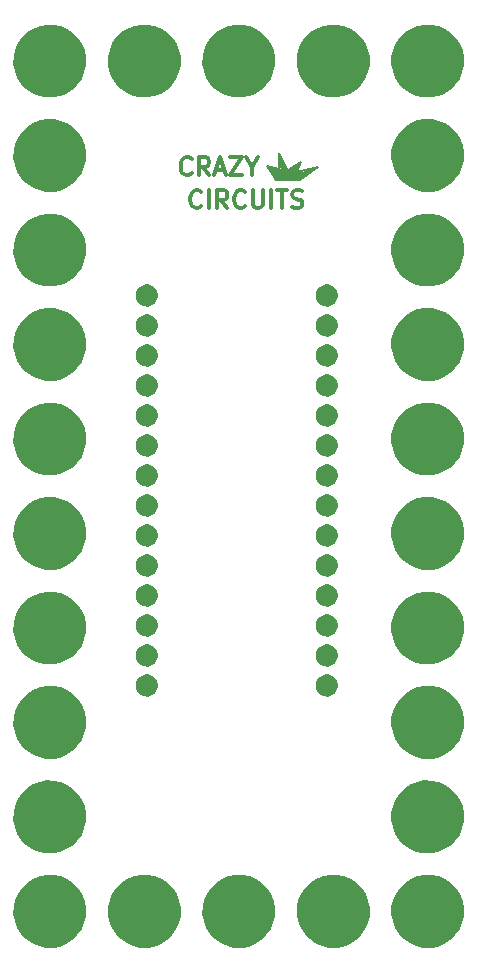
<source format=gts>
%TF.GenerationSoftware,KiCad,Pcbnew,4.0.5-e0-6337~49~ubuntu16.04.1*%
%TF.CreationDate,2017-08-08T13:22:19-07:00*%
%TF.ProjectId,5x10-Teensy-LC-Breakout,357831302D5465656E73792D4C432D42,v1.3*%
%TF.FileFunction,Soldermask,Top*%
%FSLAX46Y46*%
G04 Gerber Fmt 4.6, Leading zero omitted, Abs format (unit mm)*
G04 Created by KiCad (PCBNEW 4.0.5-e0-6337~49~ubuntu16.04.1) date Tue Aug  8 13:22:19 2017*
%MOMM*%
%LPD*%
G01*
G04 APERTURE LIST*
%ADD10C,0.350000*%
%ADD11C,0.310000*%
%ADD12C,0.152400*%
%ADD13C,0.254000*%
G04 APERTURE END LIST*
D10*
D11*
X36630612Y-74891674D02*
X36559183Y-74963103D01*
X36344897Y-75034531D01*
X36202040Y-75034531D01*
X35987755Y-74963103D01*
X35844897Y-74820246D01*
X35773469Y-74677389D01*
X35702040Y-74391674D01*
X35702040Y-74177389D01*
X35773469Y-73891674D01*
X35844897Y-73748817D01*
X35987755Y-73605960D01*
X36202040Y-73534531D01*
X36344897Y-73534531D01*
X36559183Y-73605960D01*
X36630612Y-73677389D01*
X37273469Y-75034531D02*
X37273469Y-73534531D01*
X38844898Y-75034531D02*
X38344898Y-74320246D01*
X37987755Y-75034531D02*
X37987755Y-73534531D01*
X38559183Y-73534531D01*
X38702041Y-73605960D01*
X38773469Y-73677389D01*
X38844898Y-73820246D01*
X38844898Y-74034531D01*
X38773469Y-74177389D01*
X38702041Y-74248817D01*
X38559183Y-74320246D01*
X37987755Y-74320246D01*
X40344898Y-74891674D02*
X40273469Y-74963103D01*
X40059183Y-75034531D01*
X39916326Y-75034531D01*
X39702041Y-74963103D01*
X39559183Y-74820246D01*
X39487755Y-74677389D01*
X39416326Y-74391674D01*
X39416326Y-74177389D01*
X39487755Y-73891674D01*
X39559183Y-73748817D01*
X39702041Y-73605960D01*
X39916326Y-73534531D01*
X40059183Y-73534531D01*
X40273469Y-73605960D01*
X40344898Y-73677389D01*
X40987755Y-73534531D02*
X40987755Y-74748817D01*
X41059183Y-74891674D01*
X41130612Y-74963103D01*
X41273469Y-75034531D01*
X41559183Y-75034531D01*
X41702041Y-74963103D01*
X41773469Y-74891674D01*
X41844898Y-74748817D01*
X41844898Y-73534531D01*
X42559184Y-75034531D02*
X42559184Y-73534531D01*
X43059184Y-73534531D02*
X43916327Y-73534531D01*
X43487756Y-75034531D02*
X43487756Y-73534531D01*
X44344898Y-74963103D02*
X44559184Y-75034531D01*
X44916327Y-75034531D01*
X45059184Y-74963103D01*
X45130613Y-74891674D01*
X45202041Y-74748817D01*
X45202041Y-74605960D01*
X45130613Y-74463103D01*
X45059184Y-74391674D01*
X44916327Y-74320246D01*
X44630613Y-74248817D01*
X44487755Y-74177389D01*
X44416327Y-74105960D01*
X44344898Y-73963103D01*
X44344898Y-73820246D01*
X44416327Y-73677389D01*
X44487755Y-73605960D01*
X44630613Y-73534531D01*
X44987755Y-73534531D01*
X45202041Y-73605960D01*
X35809207Y-72097674D02*
X35737778Y-72169103D01*
X35523492Y-72240531D01*
X35380635Y-72240531D01*
X35166350Y-72169103D01*
X35023492Y-72026246D01*
X34952064Y-71883389D01*
X34880635Y-71597674D01*
X34880635Y-71383389D01*
X34952064Y-71097674D01*
X35023492Y-70954817D01*
X35166350Y-70811960D01*
X35380635Y-70740531D01*
X35523492Y-70740531D01*
X35737778Y-70811960D01*
X35809207Y-70883389D01*
X37309207Y-72240531D02*
X36809207Y-71526246D01*
X36452064Y-72240531D02*
X36452064Y-70740531D01*
X37023492Y-70740531D01*
X37166350Y-70811960D01*
X37237778Y-70883389D01*
X37309207Y-71026246D01*
X37309207Y-71240531D01*
X37237778Y-71383389D01*
X37166350Y-71454817D01*
X37023492Y-71526246D01*
X36452064Y-71526246D01*
X37880635Y-71811960D02*
X38594921Y-71811960D01*
X37737778Y-72240531D02*
X38237778Y-70740531D01*
X38737778Y-72240531D01*
X39094921Y-70740531D02*
X40094921Y-70740531D01*
X39094921Y-72240531D01*
X40094921Y-72240531D01*
X40952063Y-71526246D02*
X40952063Y-72240531D01*
X40452063Y-70740531D02*
X40952063Y-71526246D01*
X41452063Y-70740531D01*
D12*
X46101000Y-71666100D02*
X44958000Y-72618600D01*
X44767500Y-72618600D02*
X46101000Y-71666100D01*
X45720000Y-71793100D02*
X44767500Y-72618600D01*
X44640500Y-72555100D02*
X45720000Y-71793100D01*
X45529500Y-71856600D02*
X44640500Y-72555100D01*
X44386500Y-72618600D02*
X45529500Y-71856600D01*
X45212000Y-71983600D02*
X44386500Y-72618600D01*
X44259500Y-72555100D02*
X45212000Y-71983600D01*
X45021500Y-71983600D02*
X44259500Y-72555100D01*
X44259500Y-72428100D02*
X45021500Y-71983600D01*
X44767500Y-71983600D02*
X44259500Y-72428100D01*
X44196000Y-72301100D02*
X44767500Y-71983600D01*
X44767500Y-71793100D02*
X44196000Y-72301100D01*
X44767500Y-71666100D02*
X44132500Y-72174100D01*
X44894500Y-71475600D02*
X44069000Y-72047100D01*
X44894500Y-71348600D02*
X44069000Y-71920100D01*
D13*
X43053000Y-72555100D02*
X42418000Y-71666100D01*
D12*
X44958000Y-72682100D02*
X42989500Y-72682100D01*
X46545500Y-71539100D02*
X44958000Y-72682100D01*
X44767500Y-71983600D02*
X46545500Y-71539100D01*
X45085000Y-71094600D02*
X44767500Y-71983600D01*
X44005500Y-71793100D02*
X45085000Y-71094600D01*
X43180000Y-70332600D02*
X44005500Y-71856600D01*
X43243500Y-71729600D02*
X43180000Y-70332600D01*
X42164000Y-71475600D02*
X43243500Y-71729600D01*
X42989500Y-72682100D02*
X42164000Y-71475600D01*
D13*
X43243500Y-72555100D02*
X42608500Y-71666100D01*
X43434000Y-72555100D02*
X42862500Y-71729600D01*
X43561000Y-72555100D02*
X43116500Y-71793100D01*
X43815000Y-72555100D02*
X43370500Y-71729600D01*
X44005500Y-72555100D02*
X43434000Y-71475600D01*
X44196000Y-72555100D02*
X43307000Y-70840600D01*
X43370500Y-71539100D02*
X43307000Y-70713600D01*
D10*
G36*
X40137070Y-131505207D02*
X40728015Y-131626511D01*
X41284158Y-131860292D01*
X41784294Y-132197638D01*
X42209381Y-132625703D01*
X42543226Y-133128181D01*
X42773116Y-133685936D01*
X42890224Y-134277374D01*
X42890224Y-134277384D01*
X42890291Y-134277723D01*
X42880670Y-134966776D01*
X42880593Y-134967114D01*
X42880593Y-134967122D01*
X42747017Y-135555061D01*
X42501645Y-136106176D01*
X42153897Y-136599138D01*
X41717022Y-137015169D01*
X41207660Y-137338421D01*
X40645214Y-137556579D01*
X40051107Y-137661336D01*
X39447963Y-137648702D01*
X38858760Y-137519157D01*
X38305942Y-137277637D01*
X37810567Y-136933342D01*
X37391497Y-136499383D01*
X37064698Y-135992290D01*
X36842616Y-135431374D01*
X36733715Y-134838018D01*
X36742137Y-134234801D01*
X36867566Y-133644707D01*
X37105219Y-133090218D01*
X37446051Y-132592448D01*
X37877072Y-132170360D01*
X38381873Y-131840028D01*
X38941219Y-131614037D01*
X39533805Y-131500996D01*
X40137070Y-131505207D01*
X40137070Y-131505207D01*
G37*
G36*
X32137070Y-131505207D02*
X32728015Y-131626511D01*
X33284158Y-131860292D01*
X33784294Y-132197638D01*
X34209381Y-132625703D01*
X34543226Y-133128181D01*
X34773116Y-133685936D01*
X34890224Y-134277374D01*
X34890224Y-134277384D01*
X34890291Y-134277723D01*
X34880670Y-134966776D01*
X34880593Y-134967114D01*
X34880593Y-134967122D01*
X34747017Y-135555061D01*
X34501645Y-136106176D01*
X34153897Y-136599138D01*
X33717022Y-137015169D01*
X33207660Y-137338421D01*
X32645214Y-137556579D01*
X32051107Y-137661336D01*
X31447963Y-137648702D01*
X30858760Y-137519157D01*
X30305942Y-137277637D01*
X29810567Y-136933342D01*
X29391497Y-136499383D01*
X29064698Y-135992290D01*
X28842616Y-135431374D01*
X28733715Y-134838018D01*
X28742137Y-134234801D01*
X28867566Y-133644707D01*
X29105219Y-133090218D01*
X29446051Y-132592448D01*
X29877072Y-132170360D01*
X30381873Y-131840028D01*
X30941219Y-131614037D01*
X31533805Y-131500996D01*
X32137070Y-131505207D01*
X32137070Y-131505207D01*
G37*
G36*
X24138070Y-131505207D02*
X24729015Y-131626511D01*
X25285158Y-131860292D01*
X25785294Y-132197638D01*
X26210381Y-132625703D01*
X26544226Y-133128181D01*
X26774116Y-133685936D01*
X26891224Y-134277374D01*
X26891224Y-134277384D01*
X26891291Y-134277723D01*
X26881670Y-134966776D01*
X26881593Y-134967114D01*
X26881593Y-134967122D01*
X26748017Y-135555061D01*
X26502645Y-136106176D01*
X26154897Y-136599138D01*
X25718022Y-137015169D01*
X25208660Y-137338421D01*
X24646214Y-137556579D01*
X24052107Y-137661336D01*
X23448963Y-137648702D01*
X22859760Y-137519157D01*
X22306942Y-137277637D01*
X21811567Y-136933342D01*
X21392497Y-136499383D01*
X21065698Y-135992290D01*
X20843616Y-135431374D01*
X20734715Y-134838018D01*
X20743137Y-134234801D01*
X20868566Y-133644707D01*
X21106219Y-133090218D01*
X21447051Y-132592448D01*
X21878072Y-132170360D01*
X22382873Y-131840028D01*
X22942219Y-131614037D01*
X23534805Y-131500996D01*
X24138070Y-131505207D01*
X24138070Y-131505207D01*
G37*
G36*
X48137070Y-131505207D02*
X48728015Y-131626511D01*
X49284158Y-131860292D01*
X49784294Y-132197638D01*
X50209381Y-132625703D01*
X50543226Y-133128181D01*
X50773116Y-133685936D01*
X50890224Y-134277374D01*
X50890224Y-134277384D01*
X50890291Y-134277723D01*
X50880670Y-134966776D01*
X50880593Y-134967114D01*
X50880593Y-134967122D01*
X50747017Y-135555061D01*
X50501645Y-136106176D01*
X50153897Y-136599138D01*
X49717022Y-137015169D01*
X49207660Y-137338421D01*
X48645214Y-137556579D01*
X48051107Y-137661336D01*
X47447963Y-137648702D01*
X46858760Y-137519157D01*
X46305942Y-137277637D01*
X45810567Y-136933342D01*
X45391497Y-136499383D01*
X45064698Y-135992290D01*
X44842616Y-135431374D01*
X44733715Y-134838018D01*
X44742137Y-134234801D01*
X44867566Y-133644707D01*
X45105219Y-133090218D01*
X45446051Y-132592448D01*
X45877072Y-132170360D01*
X46381873Y-131840028D01*
X46941219Y-131614037D01*
X47533805Y-131500996D01*
X48137070Y-131505207D01*
X48137070Y-131505207D01*
G37*
G36*
X56137070Y-131505207D02*
X56728015Y-131626511D01*
X57284158Y-131860292D01*
X57784294Y-132197638D01*
X58209381Y-132625703D01*
X58543226Y-133128181D01*
X58773116Y-133685936D01*
X58890224Y-134277374D01*
X58890224Y-134277384D01*
X58890291Y-134277723D01*
X58880670Y-134966776D01*
X58880593Y-134967114D01*
X58880593Y-134967122D01*
X58747017Y-135555061D01*
X58501645Y-136106176D01*
X58153897Y-136599138D01*
X57717022Y-137015169D01*
X57207660Y-137338421D01*
X56645214Y-137556579D01*
X56051107Y-137661336D01*
X55447963Y-137648702D01*
X54858760Y-137519157D01*
X54305942Y-137277637D01*
X53810567Y-136933342D01*
X53391497Y-136499383D01*
X53064698Y-135992290D01*
X52842616Y-135431374D01*
X52733715Y-134838018D01*
X52742137Y-134234801D01*
X52867566Y-133644707D01*
X53105219Y-133090218D01*
X53446051Y-132592448D01*
X53877072Y-132170360D01*
X54381873Y-131840028D01*
X54941219Y-131614037D01*
X55533805Y-131500996D01*
X56137070Y-131505207D01*
X56137070Y-131505207D01*
G37*
G36*
X24138070Y-123505207D02*
X24729015Y-123626511D01*
X25285158Y-123860292D01*
X25785294Y-124197638D01*
X26210381Y-124625703D01*
X26544226Y-125128181D01*
X26774116Y-125685936D01*
X26891224Y-126277374D01*
X26891224Y-126277384D01*
X26891291Y-126277723D01*
X26881670Y-126966776D01*
X26881593Y-126967114D01*
X26881593Y-126967122D01*
X26748017Y-127555061D01*
X26502645Y-128106176D01*
X26154897Y-128599138D01*
X25718022Y-129015169D01*
X25208660Y-129338421D01*
X24646214Y-129556579D01*
X24052107Y-129661336D01*
X23448963Y-129648702D01*
X22859760Y-129519157D01*
X22306942Y-129277637D01*
X21811567Y-128933342D01*
X21392497Y-128499383D01*
X21065698Y-127992290D01*
X20843616Y-127431374D01*
X20734715Y-126838018D01*
X20743137Y-126234801D01*
X20868566Y-125644707D01*
X21106219Y-125090218D01*
X21447051Y-124592448D01*
X21878072Y-124170360D01*
X22382873Y-123840028D01*
X22942219Y-123614037D01*
X23534805Y-123500996D01*
X24138070Y-123505207D01*
X24138070Y-123505207D01*
G37*
G36*
X56137070Y-123505207D02*
X56728015Y-123626511D01*
X57284158Y-123860292D01*
X57784294Y-124197638D01*
X58209381Y-124625703D01*
X58543226Y-125128181D01*
X58773116Y-125685936D01*
X58890224Y-126277374D01*
X58890224Y-126277384D01*
X58890291Y-126277723D01*
X58880670Y-126966776D01*
X58880593Y-126967114D01*
X58880593Y-126967122D01*
X58747017Y-127555061D01*
X58501645Y-128106176D01*
X58153897Y-128599138D01*
X57717022Y-129015169D01*
X57207660Y-129338421D01*
X56645214Y-129556579D01*
X56051107Y-129661336D01*
X55447963Y-129648702D01*
X54858760Y-129519157D01*
X54305942Y-129277637D01*
X53810567Y-128933342D01*
X53391497Y-128499383D01*
X53064698Y-127992290D01*
X52842616Y-127431374D01*
X52733715Y-126838018D01*
X52742137Y-126234801D01*
X52867566Y-125644707D01*
X53105219Y-125090218D01*
X53446051Y-124592448D01*
X53877072Y-124170360D01*
X54381873Y-123840028D01*
X54941219Y-123614037D01*
X55533805Y-123500996D01*
X56137070Y-123505207D01*
X56137070Y-123505207D01*
G37*
G36*
X24138070Y-115505207D02*
X24729015Y-115626511D01*
X25285158Y-115860292D01*
X25785294Y-116197638D01*
X26210381Y-116625703D01*
X26544226Y-117128181D01*
X26774116Y-117685936D01*
X26891224Y-118277374D01*
X26891224Y-118277384D01*
X26891291Y-118277723D01*
X26881670Y-118966776D01*
X26881593Y-118967114D01*
X26881593Y-118967122D01*
X26748017Y-119555061D01*
X26502645Y-120106176D01*
X26154897Y-120599138D01*
X25718022Y-121015169D01*
X25208660Y-121338421D01*
X24646214Y-121556579D01*
X24052107Y-121661336D01*
X23448963Y-121648702D01*
X22859760Y-121519157D01*
X22306942Y-121277637D01*
X21811567Y-120933342D01*
X21392497Y-120499383D01*
X21065698Y-119992290D01*
X20843616Y-119431374D01*
X20734715Y-118838018D01*
X20743137Y-118234801D01*
X20868566Y-117644707D01*
X21106219Y-117090218D01*
X21447051Y-116592448D01*
X21878072Y-116170360D01*
X22382873Y-115840028D01*
X22942219Y-115614037D01*
X23534805Y-115500996D01*
X24138070Y-115505207D01*
X24138070Y-115505207D01*
G37*
G36*
X56137070Y-115505207D02*
X56728015Y-115626511D01*
X57284158Y-115860292D01*
X57784294Y-116197638D01*
X58209381Y-116625703D01*
X58543226Y-117128181D01*
X58773116Y-117685936D01*
X58890224Y-118277374D01*
X58890224Y-118277384D01*
X58890291Y-118277723D01*
X58880670Y-118966776D01*
X58880593Y-118967114D01*
X58880593Y-118967122D01*
X58747017Y-119555061D01*
X58501645Y-120106176D01*
X58153897Y-120599138D01*
X57717022Y-121015169D01*
X57207660Y-121338421D01*
X56645214Y-121556579D01*
X56051107Y-121661336D01*
X55447963Y-121648702D01*
X54858760Y-121519157D01*
X54305942Y-121277637D01*
X53810567Y-120933342D01*
X53391497Y-120499383D01*
X53064698Y-119992290D01*
X52842616Y-119431374D01*
X52733715Y-118838018D01*
X52742137Y-118234801D01*
X52867566Y-117644707D01*
X53105219Y-117090218D01*
X53446051Y-116592448D01*
X53877072Y-116170360D01*
X54381873Y-115840028D01*
X54941219Y-115614037D01*
X55533805Y-115500996D01*
X56137070Y-115505207D01*
X56137070Y-115505207D01*
G37*
G36*
X47359675Y-114510684D02*
X47540208Y-114547743D01*
X47710118Y-114619166D01*
X47862909Y-114722226D01*
X47992781Y-114853006D01*
X48094770Y-115006513D01*
X48165003Y-115176911D01*
X48200732Y-115357359D01*
X48200732Y-115357364D01*
X48200800Y-115357708D01*
X48197861Y-115568218D01*
X48197784Y-115568556D01*
X48197784Y-115568566D01*
X48157030Y-115747946D01*
X48082068Y-115916312D01*
X47975828Y-116066916D01*
X47842359Y-116194017D01*
X47686744Y-116292774D01*
X47514914Y-116359422D01*
X47333412Y-116391426D01*
X47149146Y-116387566D01*
X46969139Y-116347989D01*
X46800248Y-116274203D01*
X46648910Y-116169020D01*
X46520881Y-116036442D01*
X46421041Y-115881521D01*
X46353192Y-115710153D01*
X46319923Y-115528883D01*
X46322495Y-115344596D01*
X46360816Y-115164316D01*
X46433419Y-114994917D01*
X46537547Y-114842844D01*
X46669226Y-114713893D01*
X46823447Y-114612974D01*
X46994332Y-114543932D01*
X47175369Y-114509398D01*
X47359675Y-114510684D01*
X47359675Y-114510684D01*
G37*
G36*
X32119675Y-114510684D02*
X32300208Y-114547743D01*
X32470118Y-114619166D01*
X32622909Y-114722226D01*
X32752781Y-114853006D01*
X32854770Y-115006513D01*
X32925003Y-115176911D01*
X32960732Y-115357359D01*
X32960732Y-115357364D01*
X32960800Y-115357708D01*
X32957861Y-115568218D01*
X32957784Y-115568556D01*
X32957784Y-115568566D01*
X32917030Y-115747946D01*
X32842068Y-115916312D01*
X32735828Y-116066916D01*
X32602359Y-116194017D01*
X32446744Y-116292774D01*
X32274914Y-116359422D01*
X32093412Y-116391426D01*
X31909146Y-116387566D01*
X31729139Y-116347989D01*
X31560248Y-116274203D01*
X31408910Y-116169020D01*
X31280881Y-116036442D01*
X31181041Y-115881521D01*
X31113192Y-115710153D01*
X31079923Y-115528883D01*
X31082495Y-115344596D01*
X31120816Y-115164316D01*
X31193419Y-114994917D01*
X31297547Y-114842844D01*
X31429226Y-114713893D01*
X31583447Y-114612974D01*
X31754332Y-114543932D01*
X31935369Y-114509398D01*
X32119675Y-114510684D01*
X32119675Y-114510684D01*
G37*
G36*
X32119675Y-111970684D02*
X32300208Y-112007743D01*
X32470118Y-112079166D01*
X32622909Y-112182226D01*
X32752781Y-112313006D01*
X32854770Y-112466513D01*
X32925003Y-112636911D01*
X32960732Y-112817359D01*
X32960732Y-112817364D01*
X32960800Y-112817708D01*
X32957861Y-113028218D01*
X32957784Y-113028556D01*
X32957784Y-113028566D01*
X32917030Y-113207946D01*
X32842068Y-113376312D01*
X32735828Y-113526916D01*
X32602359Y-113654017D01*
X32446744Y-113752774D01*
X32274914Y-113819422D01*
X32093412Y-113851426D01*
X31909146Y-113847566D01*
X31729139Y-113807989D01*
X31560248Y-113734203D01*
X31408910Y-113629020D01*
X31280881Y-113496442D01*
X31181041Y-113341521D01*
X31113192Y-113170153D01*
X31079923Y-112988883D01*
X31082495Y-112804596D01*
X31120816Y-112624316D01*
X31193419Y-112454917D01*
X31297547Y-112302844D01*
X31429226Y-112173893D01*
X31583447Y-112072974D01*
X31754332Y-112003932D01*
X31935369Y-111969398D01*
X32119675Y-111970684D01*
X32119675Y-111970684D01*
G37*
G36*
X47359675Y-111970684D02*
X47540208Y-112007743D01*
X47710118Y-112079166D01*
X47862909Y-112182226D01*
X47992781Y-112313006D01*
X48094770Y-112466513D01*
X48165003Y-112636911D01*
X48200732Y-112817359D01*
X48200732Y-112817364D01*
X48200800Y-112817708D01*
X48197861Y-113028218D01*
X48197784Y-113028556D01*
X48197784Y-113028566D01*
X48157030Y-113207946D01*
X48082068Y-113376312D01*
X47975828Y-113526916D01*
X47842359Y-113654017D01*
X47686744Y-113752774D01*
X47514914Y-113819422D01*
X47333412Y-113851426D01*
X47149146Y-113847566D01*
X46969139Y-113807989D01*
X46800248Y-113734203D01*
X46648910Y-113629020D01*
X46520881Y-113496442D01*
X46421041Y-113341521D01*
X46353192Y-113170153D01*
X46319923Y-112988883D01*
X46322495Y-112804596D01*
X46360816Y-112624316D01*
X46433419Y-112454917D01*
X46537547Y-112302844D01*
X46669226Y-112173893D01*
X46823447Y-112072974D01*
X46994332Y-112003932D01*
X47175369Y-111969398D01*
X47359675Y-111970684D01*
X47359675Y-111970684D01*
G37*
G36*
X24138070Y-107505207D02*
X24729015Y-107626511D01*
X25285158Y-107860292D01*
X25785294Y-108197638D01*
X26210381Y-108625703D01*
X26544226Y-109128181D01*
X26774116Y-109685936D01*
X26891224Y-110277374D01*
X26891224Y-110277384D01*
X26891291Y-110277723D01*
X26881670Y-110966776D01*
X26881593Y-110967114D01*
X26881593Y-110967122D01*
X26748017Y-111555061D01*
X26502645Y-112106176D01*
X26154897Y-112599138D01*
X25718022Y-113015169D01*
X25208660Y-113338421D01*
X24646214Y-113556579D01*
X24052107Y-113661336D01*
X23448963Y-113648702D01*
X22859760Y-113519157D01*
X22306942Y-113277637D01*
X21811567Y-112933342D01*
X21392497Y-112499383D01*
X21065698Y-111992290D01*
X20843616Y-111431374D01*
X20734715Y-110838018D01*
X20743137Y-110234801D01*
X20868566Y-109644707D01*
X21106219Y-109090218D01*
X21447051Y-108592448D01*
X21878072Y-108170360D01*
X22382873Y-107840028D01*
X22942219Y-107614037D01*
X23534805Y-107500996D01*
X24138070Y-107505207D01*
X24138070Y-107505207D01*
G37*
G36*
X56137070Y-107505207D02*
X56728015Y-107626511D01*
X57284158Y-107860292D01*
X57784294Y-108197638D01*
X58209381Y-108625703D01*
X58543226Y-109128181D01*
X58773116Y-109685936D01*
X58890224Y-110277374D01*
X58890224Y-110277384D01*
X58890291Y-110277723D01*
X58880670Y-110966776D01*
X58880593Y-110967114D01*
X58880593Y-110967122D01*
X58747017Y-111555061D01*
X58501645Y-112106176D01*
X58153897Y-112599138D01*
X57717022Y-113015169D01*
X57207660Y-113338421D01*
X56645214Y-113556579D01*
X56051107Y-113661336D01*
X55447963Y-113648702D01*
X54858760Y-113519157D01*
X54305942Y-113277637D01*
X53810567Y-112933342D01*
X53391497Y-112499383D01*
X53064698Y-111992290D01*
X52842616Y-111431374D01*
X52733715Y-110838018D01*
X52742137Y-110234801D01*
X52867566Y-109644707D01*
X53105219Y-109090218D01*
X53446051Y-108592448D01*
X53877072Y-108170360D01*
X54381873Y-107840028D01*
X54941219Y-107614037D01*
X55533805Y-107500996D01*
X56137070Y-107505207D01*
X56137070Y-107505207D01*
G37*
G36*
X32119675Y-109430684D02*
X32300208Y-109467743D01*
X32470118Y-109539166D01*
X32622909Y-109642226D01*
X32752781Y-109773006D01*
X32854770Y-109926513D01*
X32925003Y-110096911D01*
X32960732Y-110277359D01*
X32960732Y-110277364D01*
X32960800Y-110277708D01*
X32957861Y-110488218D01*
X32957784Y-110488556D01*
X32957784Y-110488566D01*
X32917030Y-110667946D01*
X32842068Y-110836312D01*
X32735828Y-110986916D01*
X32602359Y-111114017D01*
X32446744Y-111212774D01*
X32274914Y-111279422D01*
X32093412Y-111311426D01*
X31909146Y-111307566D01*
X31729139Y-111267989D01*
X31560248Y-111194203D01*
X31408910Y-111089020D01*
X31280881Y-110956442D01*
X31181041Y-110801521D01*
X31113192Y-110630153D01*
X31079923Y-110448883D01*
X31082495Y-110264596D01*
X31120816Y-110084316D01*
X31193419Y-109914917D01*
X31297547Y-109762844D01*
X31429226Y-109633893D01*
X31583447Y-109532974D01*
X31754332Y-109463932D01*
X31935369Y-109429398D01*
X32119675Y-109430684D01*
X32119675Y-109430684D01*
G37*
G36*
X47359675Y-109430684D02*
X47540208Y-109467743D01*
X47710118Y-109539166D01*
X47862909Y-109642226D01*
X47992781Y-109773006D01*
X48094770Y-109926513D01*
X48165003Y-110096911D01*
X48200732Y-110277359D01*
X48200732Y-110277364D01*
X48200800Y-110277708D01*
X48197861Y-110488218D01*
X48197784Y-110488556D01*
X48197784Y-110488566D01*
X48157030Y-110667946D01*
X48082068Y-110836312D01*
X47975828Y-110986916D01*
X47842359Y-111114017D01*
X47686744Y-111212774D01*
X47514914Y-111279422D01*
X47333412Y-111311426D01*
X47149146Y-111307566D01*
X46969139Y-111267989D01*
X46800248Y-111194203D01*
X46648910Y-111089020D01*
X46520881Y-110956442D01*
X46421041Y-110801521D01*
X46353192Y-110630153D01*
X46319923Y-110448883D01*
X46322495Y-110264596D01*
X46360816Y-110084316D01*
X46433419Y-109914917D01*
X46537547Y-109762844D01*
X46669226Y-109633893D01*
X46823447Y-109532974D01*
X46994332Y-109463932D01*
X47175369Y-109429398D01*
X47359675Y-109430684D01*
X47359675Y-109430684D01*
G37*
G36*
X32119675Y-106890684D02*
X32300208Y-106927743D01*
X32470118Y-106999166D01*
X32622909Y-107102226D01*
X32752781Y-107233006D01*
X32854770Y-107386513D01*
X32925003Y-107556911D01*
X32960732Y-107737359D01*
X32960732Y-107737364D01*
X32960800Y-107737708D01*
X32957861Y-107948218D01*
X32957784Y-107948556D01*
X32957784Y-107948566D01*
X32917030Y-108127946D01*
X32842068Y-108296312D01*
X32735828Y-108446916D01*
X32602359Y-108574017D01*
X32446744Y-108672774D01*
X32274914Y-108739422D01*
X32093412Y-108771426D01*
X31909146Y-108767566D01*
X31729139Y-108727989D01*
X31560248Y-108654203D01*
X31408910Y-108549020D01*
X31280881Y-108416442D01*
X31181041Y-108261521D01*
X31113192Y-108090153D01*
X31079923Y-107908883D01*
X31082495Y-107724596D01*
X31120816Y-107544316D01*
X31193419Y-107374917D01*
X31297547Y-107222844D01*
X31429226Y-107093893D01*
X31583447Y-106992974D01*
X31754332Y-106923932D01*
X31935369Y-106889398D01*
X32119675Y-106890684D01*
X32119675Y-106890684D01*
G37*
G36*
X47359675Y-106890684D02*
X47540208Y-106927743D01*
X47710118Y-106999166D01*
X47862909Y-107102226D01*
X47992781Y-107233006D01*
X48094770Y-107386513D01*
X48165003Y-107556911D01*
X48200732Y-107737359D01*
X48200732Y-107737364D01*
X48200800Y-107737708D01*
X48197861Y-107948218D01*
X48197784Y-107948556D01*
X48197784Y-107948566D01*
X48157030Y-108127946D01*
X48082068Y-108296312D01*
X47975828Y-108446916D01*
X47842359Y-108574017D01*
X47686744Y-108672774D01*
X47514914Y-108739422D01*
X47333412Y-108771426D01*
X47149146Y-108767566D01*
X46969139Y-108727989D01*
X46800248Y-108654203D01*
X46648910Y-108549020D01*
X46520881Y-108416442D01*
X46421041Y-108261521D01*
X46353192Y-108090153D01*
X46319923Y-107908883D01*
X46322495Y-107724596D01*
X46360816Y-107544316D01*
X46433419Y-107374917D01*
X46537547Y-107222844D01*
X46669226Y-107093893D01*
X46823447Y-106992974D01*
X46994332Y-106923932D01*
X47175369Y-106889398D01*
X47359675Y-106890684D01*
X47359675Y-106890684D01*
G37*
G36*
X47359675Y-104350684D02*
X47540208Y-104387743D01*
X47710118Y-104459166D01*
X47862909Y-104562226D01*
X47992781Y-104693006D01*
X48094770Y-104846513D01*
X48165003Y-105016911D01*
X48200732Y-105197359D01*
X48200732Y-105197364D01*
X48200800Y-105197708D01*
X48197861Y-105408218D01*
X48197784Y-105408556D01*
X48197784Y-105408566D01*
X48157030Y-105587946D01*
X48082068Y-105756312D01*
X47975828Y-105906916D01*
X47842359Y-106034017D01*
X47686744Y-106132774D01*
X47514914Y-106199422D01*
X47333412Y-106231426D01*
X47149146Y-106227566D01*
X46969139Y-106187989D01*
X46800248Y-106114203D01*
X46648910Y-106009020D01*
X46520881Y-105876442D01*
X46421041Y-105721521D01*
X46353192Y-105550153D01*
X46319923Y-105368883D01*
X46322495Y-105184596D01*
X46360816Y-105004316D01*
X46433419Y-104834917D01*
X46537547Y-104682844D01*
X46669226Y-104553893D01*
X46823447Y-104452974D01*
X46994332Y-104383932D01*
X47175369Y-104349398D01*
X47359675Y-104350684D01*
X47359675Y-104350684D01*
G37*
G36*
X32119675Y-104350684D02*
X32300208Y-104387743D01*
X32470118Y-104459166D01*
X32622909Y-104562226D01*
X32752781Y-104693006D01*
X32854770Y-104846513D01*
X32925003Y-105016911D01*
X32960732Y-105197359D01*
X32960732Y-105197364D01*
X32960800Y-105197708D01*
X32957861Y-105408218D01*
X32957784Y-105408556D01*
X32957784Y-105408566D01*
X32917030Y-105587946D01*
X32842068Y-105756312D01*
X32735828Y-105906916D01*
X32602359Y-106034017D01*
X32446744Y-106132774D01*
X32274914Y-106199422D01*
X32093412Y-106231426D01*
X31909146Y-106227566D01*
X31729139Y-106187989D01*
X31560248Y-106114203D01*
X31408910Y-106009020D01*
X31280881Y-105876442D01*
X31181041Y-105721521D01*
X31113192Y-105550153D01*
X31079923Y-105368883D01*
X31082495Y-105184596D01*
X31120816Y-105004316D01*
X31193419Y-104834917D01*
X31297547Y-104682844D01*
X31429226Y-104553893D01*
X31583447Y-104452974D01*
X31754332Y-104383932D01*
X31935369Y-104349398D01*
X32119675Y-104350684D01*
X32119675Y-104350684D01*
G37*
G36*
X24138070Y-99505207D02*
X24729015Y-99626511D01*
X25285158Y-99860292D01*
X25785294Y-100197638D01*
X26210381Y-100625703D01*
X26544226Y-101128181D01*
X26774116Y-101685936D01*
X26891224Y-102277374D01*
X26891224Y-102277384D01*
X26891291Y-102277723D01*
X26881670Y-102966776D01*
X26881593Y-102967114D01*
X26881593Y-102967122D01*
X26748017Y-103555061D01*
X26502645Y-104106176D01*
X26154897Y-104599138D01*
X25718022Y-105015169D01*
X25208660Y-105338421D01*
X24646214Y-105556579D01*
X24052107Y-105661336D01*
X23448963Y-105648702D01*
X22859760Y-105519157D01*
X22306942Y-105277637D01*
X21811567Y-104933342D01*
X21392497Y-104499383D01*
X21065698Y-103992290D01*
X20843616Y-103431374D01*
X20734715Y-102838018D01*
X20743137Y-102234801D01*
X20868566Y-101644707D01*
X21106219Y-101090218D01*
X21447051Y-100592448D01*
X21878072Y-100170360D01*
X22382873Y-99840028D01*
X22942219Y-99614037D01*
X23534805Y-99500996D01*
X24138070Y-99505207D01*
X24138070Y-99505207D01*
G37*
G36*
X56137070Y-99505207D02*
X56728015Y-99626511D01*
X57284158Y-99860292D01*
X57784294Y-100197638D01*
X58209381Y-100625703D01*
X58543226Y-101128181D01*
X58773116Y-101685936D01*
X58890224Y-102277374D01*
X58890224Y-102277384D01*
X58890291Y-102277723D01*
X58880670Y-102966776D01*
X58880593Y-102967114D01*
X58880593Y-102967122D01*
X58747017Y-103555061D01*
X58501645Y-104106176D01*
X58153897Y-104599138D01*
X57717022Y-105015169D01*
X57207660Y-105338421D01*
X56645214Y-105556579D01*
X56051107Y-105661336D01*
X55447963Y-105648702D01*
X54858760Y-105519157D01*
X54305942Y-105277637D01*
X53810567Y-104933342D01*
X53391497Y-104499383D01*
X53064698Y-103992290D01*
X52842616Y-103431374D01*
X52733715Y-102838018D01*
X52742137Y-102234801D01*
X52867566Y-101644707D01*
X53105219Y-101090218D01*
X53446051Y-100592448D01*
X53877072Y-100170360D01*
X54381873Y-99840028D01*
X54941219Y-99614037D01*
X55533805Y-99500996D01*
X56137070Y-99505207D01*
X56137070Y-99505207D01*
G37*
G36*
X47359675Y-101810684D02*
X47540208Y-101847743D01*
X47710118Y-101919166D01*
X47862909Y-102022226D01*
X47992781Y-102153006D01*
X48094770Y-102306513D01*
X48165003Y-102476911D01*
X48200732Y-102657359D01*
X48200732Y-102657364D01*
X48200800Y-102657708D01*
X48197861Y-102868218D01*
X48197784Y-102868556D01*
X48197784Y-102868566D01*
X48157030Y-103047946D01*
X48082068Y-103216312D01*
X47975828Y-103366916D01*
X47842359Y-103494017D01*
X47686744Y-103592774D01*
X47514914Y-103659422D01*
X47333412Y-103691426D01*
X47149146Y-103687566D01*
X46969139Y-103647989D01*
X46800248Y-103574203D01*
X46648910Y-103469020D01*
X46520881Y-103336442D01*
X46421041Y-103181521D01*
X46353192Y-103010153D01*
X46319923Y-102828883D01*
X46322495Y-102644596D01*
X46360816Y-102464316D01*
X46433419Y-102294917D01*
X46537547Y-102142844D01*
X46669226Y-102013893D01*
X46823447Y-101912974D01*
X46994332Y-101843932D01*
X47175369Y-101809398D01*
X47359675Y-101810684D01*
X47359675Y-101810684D01*
G37*
G36*
X32119675Y-101810684D02*
X32300208Y-101847743D01*
X32470118Y-101919166D01*
X32622909Y-102022226D01*
X32752781Y-102153006D01*
X32854770Y-102306513D01*
X32925003Y-102476911D01*
X32960732Y-102657359D01*
X32960732Y-102657364D01*
X32960800Y-102657708D01*
X32957861Y-102868218D01*
X32957784Y-102868556D01*
X32957784Y-102868566D01*
X32917030Y-103047946D01*
X32842068Y-103216312D01*
X32735828Y-103366916D01*
X32602359Y-103494017D01*
X32446744Y-103592774D01*
X32274914Y-103659422D01*
X32093412Y-103691426D01*
X31909146Y-103687566D01*
X31729139Y-103647989D01*
X31560248Y-103574203D01*
X31408910Y-103469020D01*
X31280881Y-103336442D01*
X31181041Y-103181521D01*
X31113192Y-103010153D01*
X31079923Y-102828883D01*
X31082495Y-102644596D01*
X31120816Y-102464316D01*
X31193419Y-102294917D01*
X31297547Y-102142844D01*
X31429226Y-102013893D01*
X31583447Y-101912974D01*
X31754332Y-101843932D01*
X31935369Y-101809398D01*
X32119675Y-101810684D01*
X32119675Y-101810684D01*
G37*
G36*
X32119675Y-99270684D02*
X32300208Y-99307743D01*
X32470118Y-99379166D01*
X32622909Y-99482226D01*
X32752781Y-99613006D01*
X32854770Y-99766513D01*
X32925003Y-99936911D01*
X32960732Y-100117359D01*
X32960732Y-100117364D01*
X32960800Y-100117708D01*
X32957861Y-100328218D01*
X32957784Y-100328556D01*
X32957784Y-100328566D01*
X32917030Y-100507946D01*
X32842068Y-100676312D01*
X32735828Y-100826916D01*
X32602359Y-100954017D01*
X32446744Y-101052774D01*
X32274914Y-101119422D01*
X32093412Y-101151426D01*
X31909146Y-101147566D01*
X31729139Y-101107989D01*
X31560248Y-101034203D01*
X31408910Y-100929020D01*
X31280881Y-100796442D01*
X31181041Y-100641521D01*
X31113192Y-100470153D01*
X31079923Y-100288883D01*
X31082495Y-100104596D01*
X31120816Y-99924316D01*
X31193419Y-99754917D01*
X31297547Y-99602844D01*
X31429226Y-99473893D01*
X31583447Y-99372974D01*
X31754332Y-99303932D01*
X31935369Y-99269398D01*
X32119675Y-99270684D01*
X32119675Y-99270684D01*
G37*
G36*
X47359675Y-99270684D02*
X47540208Y-99307743D01*
X47710118Y-99379166D01*
X47862909Y-99482226D01*
X47992781Y-99613006D01*
X48094770Y-99766513D01*
X48165003Y-99936911D01*
X48200732Y-100117359D01*
X48200732Y-100117364D01*
X48200800Y-100117708D01*
X48197861Y-100328218D01*
X48197784Y-100328556D01*
X48197784Y-100328566D01*
X48157030Y-100507946D01*
X48082068Y-100676312D01*
X47975828Y-100826916D01*
X47842359Y-100954017D01*
X47686744Y-101052774D01*
X47514914Y-101119422D01*
X47333412Y-101151426D01*
X47149146Y-101147566D01*
X46969139Y-101107989D01*
X46800248Y-101034203D01*
X46648910Y-100929020D01*
X46520881Y-100796442D01*
X46421041Y-100641521D01*
X46353192Y-100470153D01*
X46319923Y-100288883D01*
X46322495Y-100104596D01*
X46360816Y-99924316D01*
X46433419Y-99754917D01*
X46537547Y-99602844D01*
X46669226Y-99473893D01*
X46823447Y-99372974D01*
X46994332Y-99303932D01*
X47175369Y-99269398D01*
X47359675Y-99270684D01*
X47359675Y-99270684D01*
G37*
G36*
X32119675Y-96730684D02*
X32300208Y-96767743D01*
X32470118Y-96839166D01*
X32622909Y-96942226D01*
X32752781Y-97073006D01*
X32854770Y-97226513D01*
X32925003Y-97396911D01*
X32960732Y-97577359D01*
X32960732Y-97577364D01*
X32960800Y-97577708D01*
X32957861Y-97788218D01*
X32957784Y-97788556D01*
X32957784Y-97788566D01*
X32917030Y-97967946D01*
X32842068Y-98136312D01*
X32735828Y-98286916D01*
X32602359Y-98414017D01*
X32446744Y-98512774D01*
X32274914Y-98579422D01*
X32093412Y-98611426D01*
X31909146Y-98607566D01*
X31729139Y-98567989D01*
X31560248Y-98494203D01*
X31408910Y-98389020D01*
X31280881Y-98256442D01*
X31181041Y-98101521D01*
X31113192Y-97930153D01*
X31079923Y-97748883D01*
X31082495Y-97564596D01*
X31120816Y-97384316D01*
X31193419Y-97214917D01*
X31297547Y-97062844D01*
X31429226Y-96933893D01*
X31583447Y-96832974D01*
X31754332Y-96763932D01*
X31935369Y-96729398D01*
X32119675Y-96730684D01*
X32119675Y-96730684D01*
G37*
G36*
X47359675Y-96730684D02*
X47540208Y-96767743D01*
X47710118Y-96839166D01*
X47862909Y-96942226D01*
X47992781Y-97073006D01*
X48094770Y-97226513D01*
X48165003Y-97396911D01*
X48200732Y-97577359D01*
X48200732Y-97577364D01*
X48200800Y-97577708D01*
X48197861Y-97788218D01*
X48197784Y-97788556D01*
X48197784Y-97788566D01*
X48157030Y-97967946D01*
X48082068Y-98136312D01*
X47975828Y-98286916D01*
X47842359Y-98414017D01*
X47686744Y-98512774D01*
X47514914Y-98579422D01*
X47333412Y-98611426D01*
X47149146Y-98607566D01*
X46969139Y-98567989D01*
X46800248Y-98494203D01*
X46648910Y-98389020D01*
X46520881Y-98256442D01*
X46421041Y-98101521D01*
X46353192Y-97930153D01*
X46319923Y-97748883D01*
X46322495Y-97564596D01*
X46360816Y-97384316D01*
X46433419Y-97214917D01*
X46537547Y-97062844D01*
X46669226Y-96933893D01*
X46823447Y-96832974D01*
X46994332Y-96763932D01*
X47175369Y-96729398D01*
X47359675Y-96730684D01*
X47359675Y-96730684D01*
G37*
G36*
X56137070Y-91505207D02*
X56728015Y-91626511D01*
X57284158Y-91860292D01*
X57784294Y-92197638D01*
X58209381Y-92625703D01*
X58543226Y-93128181D01*
X58773116Y-93685936D01*
X58890224Y-94277374D01*
X58890224Y-94277384D01*
X58890291Y-94277723D01*
X58880670Y-94966776D01*
X58880593Y-94967114D01*
X58880593Y-94967122D01*
X58747017Y-95555061D01*
X58501645Y-96106176D01*
X58153897Y-96599138D01*
X57717022Y-97015169D01*
X57207660Y-97338421D01*
X56645214Y-97556579D01*
X56051107Y-97661336D01*
X55447963Y-97648702D01*
X54858760Y-97519157D01*
X54305942Y-97277637D01*
X53810567Y-96933342D01*
X53391497Y-96499383D01*
X53064698Y-95992290D01*
X52842616Y-95431374D01*
X52733715Y-94838018D01*
X52742137Y-94234801D01*
X52867566Y-93644707D01*
X53105219Y-93090218D01*
X53446051Y-92592448D01*
X53877072Y-92170360D01*
X54381873Y-91840028D01*
X54941219Y-91614037D01*
X55533805Y-91500996D01*
X56137070Y-91505207D01*
X56137070Y-91505207D01*
G37*
G36*
X24137070Y-91505207D02*
X24728015Y-91626511D01*
X25284158Y-91860292D01*
X25784294Y-92197638D01*
X26209381Y-92625703D01*
X26543226Y-93128181D01*
X26773116Y-93685936D01*
X26890224Y-94277374D01*
X26890224Y-94277384D01*
X26890291Y-94277723D01*
X26880670Y-94966776D01*
X26880593Y-94967114D01*
X26880593Y-94967122D01*
X26747017Y-95555061D01*
X26501645Y-96106176D01*
X26153897Y-96599138D01*
X25717022Y-97015169D01*
X25207660Y-97338421D01*
X24645214Y-97556579D01*
X24051107Y-97661336D01*
X23447963Y-97648702D01*
X22858760Y-97519157D01*
X22305942Y-97277637D01*
X21810567Y-96933342D01*
X21391497Y-96499383D01*
X21064698Y-95992290D01*
X20842616Y-95431374D01*
X20733715Y-94838018D01*
X20742137Y-94234801D01*
X20867566Y-93644707D01*
X21105219Y-93090218D01*
X21446051Y-92592448D01*
X21877072Y-92170360D01*
X22381873Y-91840028D01*
X22941219Y-91614037D01*
X23533805Y-91500996D01*
X24137070Y-91505207D01*
X24137070Y-91505207D01*
G37*
G36*
X47359675Y-94190684D02*
X47540208Y-94227743D01*
X47710118Y-94299166D01*
X47862909Y-94402226D01*
X47992781Y-94533006D01*
X48094770Y-94686513D01*
X48165003Y-94856911D01*
X48200732Y-95037359D01*
X48200732Y-95037364D01*
X48200800Y-95037708D01*
X48197861Y-95248218D01*
X48197784Y-95248556D01*
X48197784Y-95248566D01*
X48157030Y-95427946D01*
X48082068Y-95596312D01*
X47975828Y-95746916D01*
X47842359Y-95874017D01*
X47686744Y-95972774D01*
X47514914Y-96039422D01*
X47333412Y-96071426D01*
X47149146Y-96067566D01*
X46969139Y-96027989D01*
X46800248Y-95954203D01*
X46648910Y-95849020D01*
X46520881Y-95716442D01*
X46421041Y-95561521D01*
X46353192Y-95390153D01*
X46319923Y-95208883D01*
X46322495Y-95024596D01*
X46360816Y-94844316D01*
X46433419Y-94674917D01*
X46537547Y-94522844D01*
X46669226Y-94393893D01*
X46823447Y-94292974D01*
X46994332Y-94223932D01*
X47175369Y-94189398D01*
X47359675Y-94190684D01*
X47359675Y-94190684D01*
G37*
G36*
X32119675Y-94190684D02*
X32300208Y-94227743D01*
X32470118Y-94299166D01*
X32622909Y-94402226D01*
X32752781Y-94533006D01*
X32854770Y-94686513D01*
X32925003Y-94856911D01*
X32960732Y-95037359D01*
X32960732Y-95037364D01*
X32960800Y-95037708D01*
X32957861Y-95248218D01*
X32957784Y-95248556D01*
X32957784Y-95248566D01*
X32917030Y-95427946D01*
X32842068Y-95596312D01*
X32735828Y-95746916D01*
X32602359Y-95874017D01*
X32446744Y-95972774D01*
X32274914Y-96039422D01*
X32093412Y-96071426D01*
X31909146Y-96067566D01*
X31729139Y-96027989D01*
X31560248Y-95954203D01*
X31408910Y-95849020D01*
X31280881Y-95716442D01*
X31181041Y-95561521D01*
X31113192Y-95390153D01*
X31079923Y-95208883D01*
X31082495Y-95024596D01*
X31120816Y-94844316D01*
X31193419Y-94674917D01*
X31297547Y-94522844D01*
X31429226Y-94393893D01*
X31583447Y-94292974D01*
X31754332Y-94223932D01*
X31935369Y-94189398D01*
X32119675Y-94190684D01*
X32119675Y-94190684D01*
G37*
G36*
X32119675Y-91650684D02*
X32300208Y-91687743D01*
X32470118Y-91759166D01*
X32622909Y-91862226D01*
X32752781Y-91993006D01*
X32854770Y-92146513D01*
X32925003Y-92316911D01*
X32960732Y-92497359D01*
X32960732Y-92497364D01*
X32960800Y-92497708D01*
X32957861Y-92708218D01*
X32957784Y-92708556D01*
X32957784Y-92708566D01*
X32917030Y-92887946D01*
X32842068Y-93056312D01*
X32735828Y-93206916D01*
X32602359Y-93334017D01*
X32446744Y-93432774D01*
X32274914Y-93499422D01*
X32093412Y-93531426D01*
X31909146Y-93527566D01*
X31729139Y-93487989D01*
X31560248Y-93414203D01*
X31408910Y-93309020D01*
X31280881Y-93176442D01*
X31181041Y-93021521D01*
X31113192Y-92850153D01*
X31079923Y-92668883D01*
X31082495Y-92484596D01*
X31120816Y-92304316D01*
X31193419Y-92134917D01*
X31297547Y-91982844D01*
X31429226Y-91853893D01*
X31583447Y-91752974D01*
X31754332Y-91683932D01*
X31935369Y-91649398D01*
X32119675Y-91650684D01*
X32119675Y-91650684D01*
G37*
G36*
X47359675Y-91650684D02*
X47540208Y-91687743D01*
X47710118Y-91759166D01*
X47862909Y-91862226D01*
X47992781Y-91993006D01*
X48094770Y-92146513D01*
X48165003Y-92316911D01*
X48200732Y-92497359D01*
X48200732Y-92497364D01*
X48200800Y-92497708D01*
X48197861Y-92708218D01*
X48197784Y-92708556D01*
X48197784Y-92708566D01*
X48157030Y-92887946D01*
X48082068Y-93056312D01*
X47975828Y-93206916D01*
X47842359Y-93334017D01*
X47686744Y-93432774D01*
X47514914Y-93499422D01*
X47333412Y-93531426D01*
X47149146Y-93527566D01*
X46969139Y-93487989D01*
X46800248Y-93414203D01*
X46648910Y-93309020D01*
X46520881Y-93176442D01*
X46421041Y-93021521D01*
X46353192Y-92850153D01*
X46319923Y-92668883D01*
X46322495Y-92484596D01*
X46360816Y-92304316D01*
X46433419Y-92134917D01*
X46537547Y-91982844D01*
X46669226Y-91853893D01*
X46823447Y-91752974D01*
X46994332Y-91683932D01*
X47175369Y-91649398D01*
X47359675Y-91650684D01*
X47359675Y-91650684D01*
G37*
G36*
X47359675Y-89110684D02*
X47540208Y-89147743D01*
X47710118Y-89219166D01*
X47862909Y-89322226D01*
X47992781Y-89453006D01*
X48094770Y-89606513D01*
X48165003Y-89776911D01*
X48200732Y-89957359D01*
X48200732Y-89957364D01*
X48200800Y-89957708D01*
X48197861Y-90168218D01*
X48197784Y-90168556D01*
X48197784Y-90168566D01*
X48157030Y-90347946D01*
X48082068Y-90516312D01*
X47975828Y-90666916D01*
X47842359Y-90794017D01*
X47686744Y-90892774D01*
X47514914Y-90959422D01*
X47333412Y-90991426D01*
X47149146Y-90987566D01*
X46969139Y-90947989D01*
X46800248Y-90874203D01*
X46648910Y-90769020D01*
X46520881Y-90636442D01*
X46421041Y-90481521D01*
X46353192Y-90310153D01*
X46319923Y-90128883D01*
X46322495Y-89944596D01*
X46360816Y-89764316D01*
X46433419Y-89594917D01*
X46537547Y-89442844D01*
X46669226Y-89313893D01*
X46823447Y-89212974D01*
X46994332Y-89143932D01*
X47175369Y-89109398D01*
X47359675Y-89110684D01*
X47359675Y-89110684D01*
G37*
G36*
X32119675Y-89110684D02*
X32300208Y-89147743D01*
X32470118Y-89219166D01*
X32622909Y-89322226D01*
X32752781Y-89453006D01*
X32854770Y-89606513D01*
X32925003Y-89776911D01*
X32960732Y-89957359D01*
X32960732Y-89957364D01*
X32960800Y-89957708D01*
X32957861Y-90168218D01*
X32957784Y-90168556D01*
X32957784Y-90168566D01*
X32917030Y-90347946D01*
X32842068Y-90516312D01*
X32735828Y-90666916D01*
X32602359Y-90794017D01*
X32446744Y-90892774D01*
X32274914Y-90959422D01*
X32093412Y-90991426D01*
X31909146Y-90987566D01*
X31729139Y-90947989D01*
X31560248Y-90874203D01*
X31408910Y-90769020D01*
X31280881Y-90636442D01*
X31181041Y-90481521D01*
X31113192Y-90310153D01*
X31079923Y-90128883D01*
X31082495Y-89944596D01*
X31120816Y-89764316D01*
X31193419Y-89594917D01*
X31297547Y-89442844D01*
X31429226Y-89313893D01*
X31583447Y-89212974D01*
X31754332Y-89143932D01*
X31935369Y-89109398D01*
X32119675Y-89110684D01*
X32119675Y-89110684D01*
G37*
G36*
X56137070Y-83505207D02*
X56728015Y-83626511D01*
X57284158Y-83860292D01*
X57784294Y-84197638D01*
X58209381Y-84625703D01*
X58543226Y-85128181D01*
X58773116Y-85685936D01*
X58890224Y-86277374D01*
X58890224Y-86277384D01*
X58890291Y-86277723D01*
X58880670Y-86966776D01*
X58880593Y-86967114D01*
X58880593Y-86967122D01*
X58747017Y-87555061D01*
X58501645Y-88106176D01*
X58153897Y-88599138D01*
X57717022Y-89015169D01*
X57207660Y-89338421D01*
X56645214Y-89556579D01*
X56051107Y-89661336D01*
X55447963Y-89648702D01*
X54858760Y-89519157D01*
X54305942Y-89277637D01*
X53810567Y-88933342D01*
X53391497Y-88499383D01*
X53064698Y-87992290D01*
X52842616Y-87431374D01*
X52733715Y-86838018D01*
X52742137Y-86234801D01*
X52867566Y-85644707D01*
X53105219Y-85090218D01*
X53446051Y-84592448D01*
X53877072Y-84170360D01*
X54381873Y-83840028D01*
X54941219Y-83614037D01*
X55533805Y-83500996D01*
X56137070Y-83505207D01*
X56137070Y-83505207D01*
G37*
G36*
X24138070Y-83505207D02*
X24729015Y-83626511D01*
X25285158Y-83860292D01*
X25785294Y-84197638D01*
X26210381Y-84625703D01*
X26544226Y-85128181D01*
X26774116Y-85685936D01*
X26891224Y-86277374D01*
X26891224Y-86277384D01*
X26891291Y-86277723D01*
X26881670Y-86966776D01*
X26881593Y-86967114D01*
X26881593Y-86967122D01*
X26748017Y-87555061D01*
X26502645Y-88106176D01*
X26154897Y-88599138D01*
X25718022Y-89015169D01*
X25208660Y-89338421D01*
X24646214Y-89556579D01*
X24052107Y-89661336D01*
X23448963Y-89648702D01*
X22859760Y-89519157D01*
X22306942Y-89277637D01*
X21811567Y-88933342D01*
X21392497Y-88499383D01*
X21065698Y-87992290D01*
X20843616Y-87431374D01*
X20734715Y-86838018D01*
X20743137Y-86234801D01*
X20868566Y-85644707D01*
X21106219Y-85090218D01*
X21447051Y-84592448D01*
X21878072Y-84170360D01*
X22382873Y-83840028D01*
X22942219Y-83614037D01*
X23534805Y-83500996D01*
X24138070Y-83505207D01*
X24138070Y-83505207D01*
G37*
G36*
X47359675Y-86570684D02*
X47540208Y-86607743D01*
X47710118Y-86679166D01*
X47862909Y-86782226D01*
X47992781Y-86913006D01*
X48094770Y-87066513D01*
X48165003Y-87236911D01*
X48200732Y-87417359D01*
X48200732Y-87417364D01*
X48200800Y-87417708D01*
X48197861Y-87628218D01*
X48197784Y-87628556D01*
X48197784Y-87628566D01*
X48157030Y-87807946D01*
X48082068Y-87976312D01*
X47975828Y-88126916D01*
X47842359Y-88254017D01*
X47686744Y-88352774D01*
X47514914Y-88419422D01*
X47333412Y-88451426D01*
X47149146Y-88447566D01*
X46969139Y-88407989D01*
X46800248Y-88334203D01*
X46648910Y-88229020D01*
X46520881Y-88096442D01*
X46421041Y-87941521D01*
X46353192Y-87770153D01*
X46319923Y-87588883D01*
X46322495Y-87404596D01*
X46360816Y-87224316D01*
X46433419Y-87054917D01*
X46537547Y-86902844D01*
X46669226Y-86773893D01*
X46823447Y-86672974D01*
X46994332Y-86603932D01*
X47175369Y-86569398D01*
X47359675Y-86570684D01*
X47359675Y-86570684D01*
G37*
G36*
X32119675Y-86570684D02*
X32300208Y-86607743D01*
X32470118Y-86679166D01*
X32622909Y-86782226D01*
X32752781Y-86913006D01*
X32854770Y-87066513D01*
X32925003Y-87236911D01*
X32960732Y-87417359D01*
X32960732Y-87417364D01*
X32960800Y-87417708D01*
X32957861Y-87628218D01*
X32957784Y-87628556D01*
X32957784Y-87628566D01*
X32917030Y-87807946D01*
X32842068Y-87976312D01*
X32735828Y-88126916D01*
X32602359Y-88254017D01*
X32446744Y-88352774D01*
X32274914Y-88419422D01*
X32093412Y-88451426D01*
X31909146Y-88447566D01*
X31729139Y-88407989D01*
X31560248Y-88334203D01*
X31408910Y-88229020D01*
X31280881Y-88096442D01*
X31181041Y-87941521D01*
X31113192Y-87770153D01*
X31079923Y-87588883D01*
X31082495Y-87404596D01*
X31120816Y-87224316D01*
X31193419Y-87054917D01*
X31297547Y-86902844D01*
X31429226Y-86773893D01*
X31583447Y-86672974D01*
X31754332Y-86603932D01*
X31935369Y-86569398D01*
X32119675Y-86570684D01*
X32119675Y-86570684D01*
G37*
G36*
X47359675Y-84030684D02*
X47540208Y-84067743D01*
X47710118Y-84139166D01*
X47862909Y-84242226D01*
X47992781Y-84373006D01*
X48094770Y-84526513D01*
X48165003Y-84696911D01*
X48200732Y-84877359D01*
X48200732Y-84877364D01*
X48200800Y-84877708D01*
X48197861Y-85088218D01*
X48197784Y-85088556D01*
X48197784Y-85088566D01*
X48157030Y-85267946D01*
X48082068Y-85436312D01*
X47975828Y-85586916D01*
X47842359Y-85714017D01*
X47686744Y-85812774D01*
X47514914Y-85879422D01*
X47333412Y-85911426D01*
X47149146Y-85907566D01*
X46969139Y-85867989D01*
X46800248Y-85794203D01*
X46648910Y-85689020D01*
X46520881Y-85556442D01*
X46421041Y-85401521D01*
X46353192Y-85230153D01*
X46319923Y-85048883D01*
X46322495Y-84864596D01*
X46360816Y-84684316D01*
X46433419Y-84514917D01*
X46537547Y-84362844D01*
X46669226Y-84233893D01*
X46823447Y-84132974D01*
X46994332Y-84063932D01*
X47175369Y-84029398D01*
X47359675Y-84030684D01*
X47359675Y-84030684D01*
G37*
G36*
X32119675Y-84030684D02*
X32300208Y-84067743D01*
X32470118Y-84139166D01*
X32622909Y-84242226D01*
X32752781Y-84373006D01*
X32854770Y-84526513D01*
X32925003Y-84696911D01*
X32960732Y-84877359D01*
X32960732Y-84877364D01*
X32960800Y-84877708D01*
X32957861Y-85088218D01*
X32957784Y-85088556D01*
X32957784Y-85088566D01*
X32917030Y-85267946D01*
X32842068Y-85436312D01*
X32735828Y-85586916D01*
X32602359Y-85714017D01*
X32446744Y-85812774D01*
X32274914Y-85879422D01*
X32093412Y-85911426D01*
X31909146Y-85907566D01*
X31729139Y-85867989D01*
X31560248Y-85794203D01*
X31408910Y-85689020D01*
X31280881Y-85556442D01*
X31181041Y-85401521D01*
X31113192Y-85230153D01*
X31079923Y-85048883D01*
X31082495Y-84864596D01*
X31120816Y-84684316D01*
X31193419Y-84514917D01*
X31297547Y-84362844D01*
X31429226Y-84233893D01*
X31583447Y-84132974D01*
X31754332Y-84063932D01*
X31935369Y-84029398D01*
X32119675Y-84030684D01*
X32119675Y-84030684D01*
G37*
G36*
X32119675Y-81490684D02*
X32300208Y-81527743D01*
X32470118Y-81599166D01*
X32622909Y-81702226D01*
X32752781Y-81833006D01*
X32854770Y-81986513D01*
X32925003Y-82156911D01*
X32960732Y-82337359D01*
X32960732Y-82337364D01*
X32960800Y-82337708D01*
X32957861Y-82548218D01*
X32957784Y-82548556D01*
X32957784Y-82548566D01*
X32917030Y-82727946D01*
X32842068Y-82896312D01*
X32735828Y-83046916D01*
X32602359Y-83174017D01*
X32446744Y-83272774D01*
X32274914Y-83339422D01*
X32093412Y-83371426D01*
X31909146Y-83367566D01*
X31729139Y-83327989D01*
X31560248Y-83254203D01*
X31408910Y-83149020D01*
X31280881Y-83016442D01*
X31181041Y-82861521D01*
X31113192Y-82690153D01*
X31079923Y-82508883D01*
X31082495Y-82324596D01*
X31120816Y-82144316D01*
X31193419Y-81974917D01*
X31297547Y-81822844D01*
X31429226Y-81693893D01*
X31583447Y-81592974D01*
X31754332Y-81523932D01*
X31935369Y-81489398D01*
X32119675Y-81490684D01*
X32119675Y-81490684D01*
G37*
G36*
X47359675Y-81490684D02*
X47540208Y-81527743D01*
X47710118Y-81599166D01*
X47862909Y-81702226D01*
X47992781Y-81833006D01*
X48094770Y-81986513D01*
X48165003Y-82156911D01*
X48200732Y-82337359D01*
X48200732Y-82337364D01*
X48200800Y-82337708D01*
X48197861Y-82548218D01*
X48197784Y-82548556D01*
X48197784Y-82548566D01*
X48157030Y-82727946D01*
X48082068Y-82896312D01*
X47975828Y-83046916D01*
X47842359Y-83174017D01*
X47686744Y-83272774D01*
X47514914Y-83339422D01*
X47333412Y-83371426D01*
X47149146Y-83367566D01*
X46969139Y-83327989D01*
X46800248Y-83254203D01*
X46648910Y-83149020D01*
X46520881Y-83016442D01*
X46421041Y-82861521D01*
X46353192Y-82690153D01*
X46319923Y-82508883D01*
X46322495Y-82324596D01*
X46360816Y-82144316D01*
X46433419Y-81974917D01*
X46537547Y-81822844D01*
X46669226Y-81693893D01*
X46823447Y-81592974D01*
X46994332Y-81523932D01*
X47175369Y-81489398D01*
X47359675Y-81490684D01*
X47359675Y-81490684D01*
G37*
G36*
X24137070Y-75505207D02*
X24728015Y-75626511D01*
X25284158Y-75860292D01*
X25784294Y-76197638D01*
X26209381Y-76625703D01*
X26543226Y-77128181D01*
X26773116Y-77685936D01*
X26890224Y-78277374D01*
X26890224Y-78277384D01*
X26890291Y-78277723D01*
X26880670Y-78966776D01*
X26880593Y-78967114D01*
X26880593Y-78967122D01*
X26747017Y-79555061D01*
X26501645Y-80106176D01*
X26153897Y-80599138D01*
X25717022Y-81015169D01*
X25207660Y-81338421D01*
X24645214Y-81556579D01*
X24051107Y-81661336D01*
X23447963Y-81648702D01*
X22858760Y-81519157D01*
X22305942Y-81277637D01*
X21810567Y-80933342D01*
X21391497Y-80499383D01*
X21064698Y-79992290D01*
X20842616Y-79431374D01*
X20733715Y-78838018D01*
X20742137Y-78234801D01*
X20867566Y-77644707D01*
X21105219Y-77090218D01*
X21446051Y-76592448D01*
X21877072Y-76170360D01*
X22381873Y-75840028D01*
X22941219Y-75614037D01*
X23533805Y-75500996D01*
X24137070Y-75505207D01*
X24137070Y-75505207D01*
G37*
G36*
X56137070Y-75505207D02*
X56728015Y-75626511D01*
X57284158Y-75860292D01*
X57784294Y-76197638D01*
X58209381Y-76625703D01*
X58543226Y-77128181D01*
X58773116Y-77685936D01*
X58890224Y-78277374D01*
X58890224Y-78277384D01*
X58890291Y-78277723D01*
X58880670Y-78966776D01*
X58880593Y-78967114D01*
X58880593Y-78967122D01*
X58747017Y-79555061D01*
X58501645Y-80106176D01*
X58153897Y-80599138D01*
X57717022Y-81015169D01*
X57207660Y-81338421D01*
X56645214Y-81556579D01*
X56051107Y-81661336D01*
X55447963Y-81648702D01*
X54858760Y-81519157D01*
X54305942Y-81277637D01*
X53810567Y-80933342D01*
X53391497Y-80499383D01*
X53064698Y-79992290D01*
X52842616Y-79431374D01*
X52733715Y-78838018D01*
X52742137Y-78234801D01*
X52867566Y-77644707D01*
X53105219Y-77090218D01*
X53446051Y-76592448D01*
X53877072Y-76170360D01*
X54381873Y-75840028D01*
X54941219Y-75614037D01*
X55533805Y-75500996D01*
X56137070Y-75505207D01*
X56137070Y-75505207D01*
G37*
G36*
X56137070Y-67505207D02*
X56728015Y-67626511D01*
X57284158Y-67860292D01*
X57784294Y-68197638D01*
X58209381Y-68625703D01*
X58543226Y-69128181D01*
X58773116Y-69685936D01*
X58890224Y-70277374D01*
X58890224Y-70277384D01*
X58890291Y-70277723D01*
X58880670Y-70966776D01*
X58880593Y-70967114D01*
X58880593Y-70967122D01*
X58747017Y-71555061D01*
X58501645Y-72106176D01*
X58153897Y-72599138D01*
X57717022Y-73015169D01*
X57207660Y-73338421D01*
X56645214Y-73556579D01*
X56051107Y-73661336D01*
X55447963Y-73648702D01*
X54858760Y-73519157D01*
X54305942Y-73277637D01*
X53810567Y-72933342D01*
X53391497Y-72499383D01*
X53064698Y-71992290D01*
X52842616Y-71431374D01*
X52733715Y-70838018D01*
X52742137Y-70234801D01*
X52867566Y-69644707D01*
X53105219Y-69090218D01*
X53446051Y-68592448D01*
X53877072Y-68170360D01*
X54381873Y-67840028D01*
X54941219Y-67614037D01*
X55533805Y-67500996D01*
X56137070Y-67505207D01*
X56137070Y-67505207D01*
G37*
G36*
X24137070Y-67505207D02*
X24728015Y-67626511D01*
X25284158Y-67860292D01*
X25784294Y-68197638D01*
X26209381Y-68625703D01*
X26543226Y-69128181D01*
X26773116Y-69685936D01*
X26890224Y-70277374D01*
X26890224Y-70277384D01*
X26890291Y-70277723D01*
X26880670Y-70966776D01*
X26880593Y-70967114D01*
X26880593Y-70967122D01*
X26747017Y-71555061D01*
X26501645Y-72106176D01*
X26153897Y-72599138D01*
X25717022Y-73015169D01*
X25207660Y-73338421D01*
X24645214Y-73556579D01*
X24051107Y-73661336D01*
X23447963Y-73648702D01*
X22858760Y-73519157D01*
X22305942Y-73277637D01*
X21810567Y-72933342D01*
X21391497Y-72499383D01*
X21064698Y-71992290D01*
X20842616Y-71431374D01*
X20733715Y-70838018D01*
X20742137Y-70234801D01*
X20867566Y-69644707D01*
X21105219Y-69090218D01*
X21446051Y-68592448D01*
X21877072Y-68170360D01*
X22381873Y-67840028D01*
X22941219Y-67614037D01*
X23533805Y-67500996D01*
X24137070Y-67505207D01*
X24137070Y-67505207D01*
G37*
G36*
X40137070Y-59505207D02*
X40728015Y-59626511D01*
X41284158Y-59860292D01*
X41784294Y-60197638D01*
X42209381Y-60625703D01*
X42543226Y-61128181D01*
X42773116Y-61685936D01*
X42890224Y-62277374D01*
X42890224Y-62277384D01*
X42890291Y-62277723D01*
X42880670Y-62966776D01*
X42880593Y-62967114D01*
X42880593Y-62967122D01*
X42747017Y-63555061D01*
X42501645Y-64106176D01*
X42153897Y-64599138D01*
X41717022Y-65015169D01*
X41207660Y-65338421D01*
X40645214Y-65556579D01*
X40051107Y-65661336D01*
X39447963Y-65648702D01*
X38858760Y-65519157D01*
X38305942Y-65277637D01*
X37810567Y-64933342D01*
X37391497Y-64499383D01*
X37064698Y-63992290D01*
X36842616Y-63431374D01*
X36733715Y-62838018D01*
X36742137Y-62234801D01*
X36867566Y-61644707D01*
X37105219Y-61090218D01*
X37446051Y-60592448D01*
X37877072Y-60170360D01*
X38381873Y-59840028D01*
X38941219Y-59614037D01*
X39533805Y-59500996D01*
X40137070Y-59505207D01*
X40137070Y-59505207D01*
G37*
G36*
X48137070Y-59505207D02*
X48728015Y-59626511D01*
X49284158Y-59860292D01*
X49784294Y-60197638D01*
X50209381Y-60625703D01*
X50543226Y-61128181D01*
X50773116Y-61685936D01*
X50890224Y-62277374D01*
X50890224Y-62277384D01*
X50890291Y-62277723D01*
X50880670Y-62966776D01*
X50880593Y-62967114D01*
X50880593Y-62967122D01*
X50747017Y-63555061D01*
X50501645Y-64106176D01*
X50153897Y-64599138D01*
X49717022Y-65015169D01*
X49207660Y-65338421D01*
X48645214Y-65556579D01*
X48051107Y-65661336D01*
X47447963Y-65648702D01*
X46858760Y-65519157D01*
X46305942Y-65277637D01*
X45810567Y-64933342D01*
X45391497Y-64499383D01*
X45064698Y-63992290D01*
X44842616Y-63431374D01*
X44733715Y-62838018D01*
X44742137Y-62234801D01*
X44867566Y-61644707D01*
X45105219Y-61090218D01*
X45446051Y-60592448D01*
X45877072Y-60170360D01*
X46381873Y-59840028D01*
X46941219Y-59614037D01*
X47533805Y-59500996D01*
X48137070Y-59505207D01*
X48137070Y-59505207D01*
G37*
G36*
X56137070Y-59505207D02*
X56728015Y-59626511D01*
X57284158Y-59860292D01*
X57784294Y-60197638D01*
X58209381Y-60625703D01*
X58543226Y-61128181D01*
X58773116Y-61685936D01*
X58890224Y-62277374D01*
X58890224Y-62277384D01*
X58890291Y-62277723D01*
X58880670Y-62966776D01*
X58880593Y-62967114D01*
X58880593Y-62967122D01*
X58747017Y-63555061D01*
X58501645Y-64106176D01*
X58153897Y-64599138D01*
X57717022Y-65015169D01*
X57207660Y-65338421D01*
X56645214Y-65556579D01*
X56051107Y-65661336D01*
X55447963Y-65648702D01*
X54858760Y-65519157D01*
X54305942Y-65277637D01*
X53810567Y-64933342D01*
X53391497Y-64499383D01*
X53064698Y-63992290D01*
X52842616Y-63431374D01*
X52733715Y-62838018D01*
X52742137Y-62234801D01*
X52867566Y-61644707D01*
X53105219Y-61090218D01*
X53446051Y-60592448D01*
X53877072Y-60170360D01*
X54381873Y-59840028D01*
X54941219Y-59614037D01*
X55533805Y-59500996D01*
X56137070Y-59505207D01*
X56137070Y-59505207D01*
G37*
G36*
X32137070Y-59505207D02*
X32728015Y-59626511D01*
X33284158Y-59860292D01*
X33784294Y-60197638D01*
X34209381Y-60625703D01*
X34543226Y-61128181D01*
X34773116Y-61685936D01*
X34890224Y-62277374D01*
X34890224Y-62277384D01*
X34890291Y-62277723D01*
X34880670Y-62966776D01*
X34880593Y-62967114D01*
X34880593Y-62967122D01*
X34747017Y-63555061D01*
X34501645Y-64106176D01*
X34153897Y-64599138D01*
X33717022Y-65015169D01*
X33207660Y-65338421D01*
X32645214Y-65556579D01*
X32051107Y-65661336D01*
X31447963Y-65648702D01*
X30858760Y-65519157D01*
X30305942Y-65277637D01*
X29810567Y-64933342D01*
X29391497Y-64499383D01*
X29064698Y-63992290D01*
X28842616Y-63431374D01*
X28733715Y-62838018D01*
X28742137Y-62234801D01*
X28867566Y-61644707D01*
X29105219Y-61090218D01*
X29446051Y-60592448D01*
X29877072Y-60170360D01*
X30381873Y-59840028D01*
X30941219Y-59614037D01*
X31533805Y-59500996D01*
X32137070Y-59505207D01*
X32137070Y-59505207D01*
G37*
G36*
X24138070Y-59505207D02*
X24729015Y-59626511D01*
X25285158Y-59860292D01*
X25785294Y-60197638D01*
X26210381Y-60625703D01*
X26544226Y-61128181D01*
X26774116Y-61685936D01*
X26891224Y-62277374D01*
X26891224Y-62277384D01*
X26891291Y-62277723D01*
X26881670Y-62966776D01*
X26881593Y-62967114D01*
X26881593Y-62967122D01*
X26748017Y-63555061D01*
X26502645Y-64106176D01*
X26154897Y-64599138D01*
X25718022Y-65015169D01*
X25208660Y-65338421D01*
X24646214Y-65556579D01*
X24052107Y-65661336D01*
X23448963Y-65648702D01*
X22859760Y-65519157D01*
X22306942Y-65277637D01*
X21811567Y-64933342D01*
X21392497Y-64499383D01*
X21065698Y-63992290D01*
X20843616Y-63431374D01*
X20734715Y-62838018D01*
X20743137Y-62234801D01*
X20868566Y-61644707D01*
X21106219Y-61090218D01*
X21447051Y-60592448D01*
X21878072Y-60170360D01*
X22382873Y-59840028D01*
X22942219Y-59614037D01*
X23534805Y-59500996D01*
X24138070Y-59505207D01*
X24138070Y-59505207D01*
G37*
M02*

</source>
